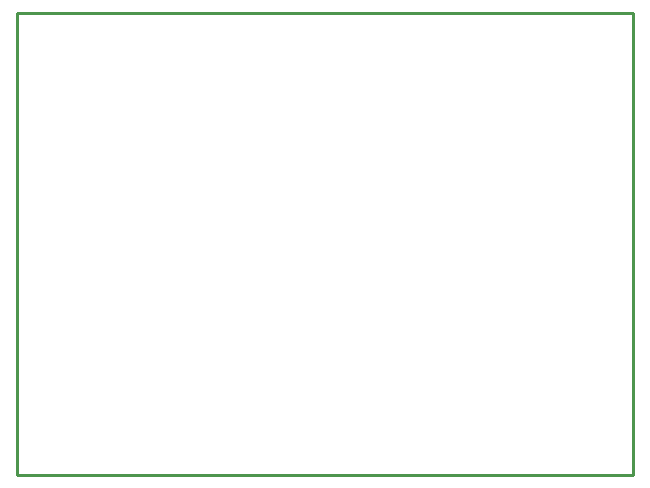
<source format=gbr>
G04 EAGLE Gerber RS-274X export*
G75*
%MOMM*%
%FSLAX34Y34*%
%LPD*%
%IN*%
%IPPOS*%
%AMOC8*
5,1,8,0,0,1.08239X$1,22.5*%
G01*
G04 Define Apertures*
%ADD10C,0.254000*%
D10*
X0Y0D02*
X521970Y0D01*
X521970Y391160D01*
X0Y391160D01*
X0Y0D01*
M02*

</source>
